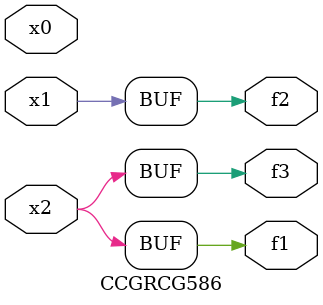
<source format=v>
module CCGRCG586(
	input x0, x1, x2,
	output f1, f2, f3
);
	assign f1 = x2;
	assign f2 = x1;
	assign f3 = x2;
endmodule

</source>
